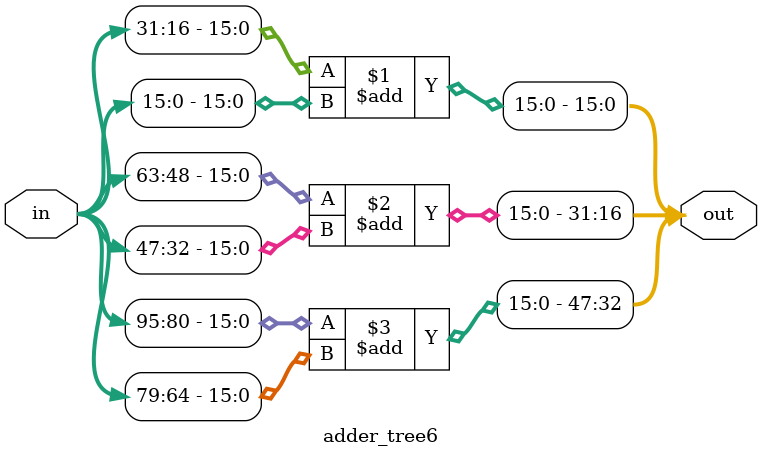
<source format=v>

`timescale 1ns /1ns

module adder_tree6(in, out);

input signed [6 * 16 - 1 : 0] in;
output signed [3 * 16 - 1 : 0] out;

genvar i;
generate
    for ( i = 0; i < 3 ; i = i + 1) begin
        assign out[16 * i +: 16] = in[16 * (2*i + 1) +: 16] + in[16 * (2*i) +: 16];
    end
endgenerate
endmodule
</source>
